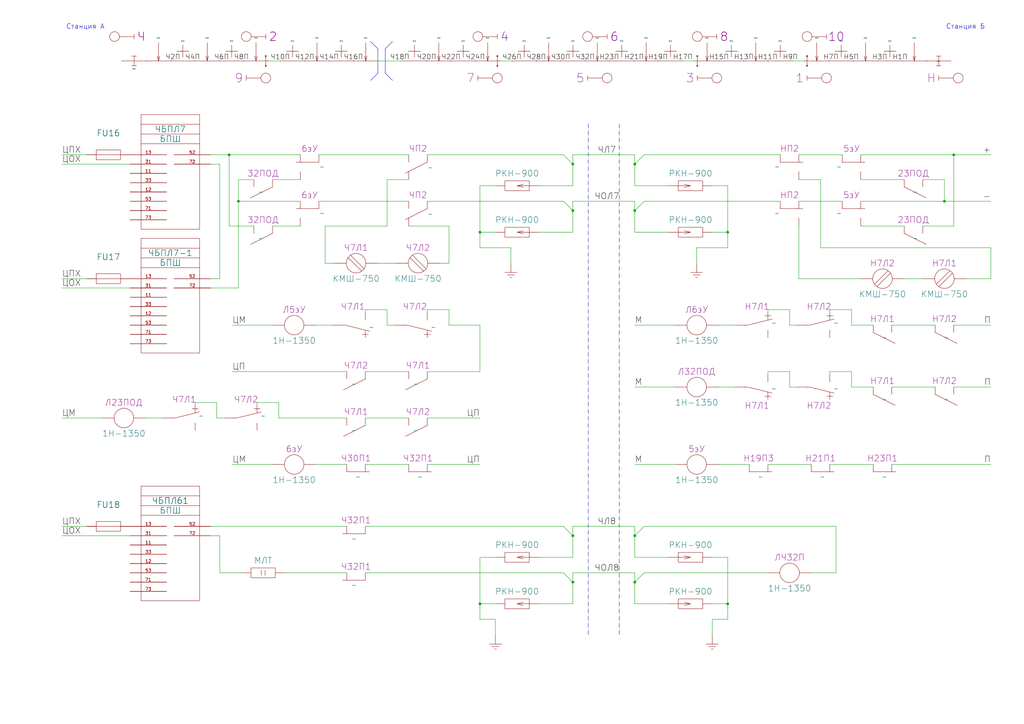
<source format=kicad_sch>
(kicad_sch (version 20231120) (generator "eeschema") (generator_version "8.0")
  (paper "A3")
  (title_block (title "Станция А") (company "МКТ РУТ (МИИТ)") (comment 1 "КП 27.02.03.03.000 ГЧ") (comment 2 "Сафранович") (comment 3 "Бузунова") (comment 9 "Схема линейных цепей"))
  (junction (at 234.95 238.76))
  (junction (at 260.35 238.76))
  (junction (at 97.79 82.55))
  (junction (at 387.35 82.55))
  (junction (at 234.95 67.31))
  (junction (at 260.35 67.31))
  (junction (at 260.35 219.71))
  (junction (at 260.35 86.36))
  (junction (at 298.45 247.65))
  (junction (at 196.85 95.25))
  (junction (at 298.45 95.25))
  (junction (at 234.95 219.71))
  (junction (at 93.98 63.5))
  (junction (at 234.95 86.36))
  (junction (at 196.85 247.65))
  (junction (at 391.16 63.5))
  (wire (pts (xy 175.26 127) (xy 184.15 127)))
  (wire (pts (xy 97.79 82.55) (xy 123.19 82.55)))
  (wire (pts (xy 234.95 82.55) (xy 260.35 82.55)))
  (wire (pts (xy 196.85 133.35) (xy 184.15 133.35)))
  (wire (pts (xy 234.95 215.9) (xy 234.95 219.71)))
  (wire (pts (xy 260.35 133.35) (xy 276.86 133.35)))
  (wire (pts (xy 349.25 127) (xy 349.25 133.35)))
  (wire (pts (xy 220.98 228.6) (xy 234.95 228.6)))
  (wire (pts (xy 196.85 228.6) (xy 196.85 247.65)))
  (wire (pts (xy 391.16 63.5) (xy 406.4 63.5)))
  (wire (pts (xy 196.85 76.2) (xy 196.85 95.25)))
  (wire (pts (xy 314.96 190.5) (xy 332.74 190.5)))
  (polyline (pts (xy 241.3 50.8) (xy 241.3 260.35)) (stroke (width 0) (type dash_dot)))
  (wire (pts (xy 180.34 107.95) (xy 184.15 107.95)))
  (wire (pts (xy 336.55 101.6) (xy 406.4 101.6)))
  (wire (pts (xy 129.54 190.5) (xy 142.24 190.5)))
  (wire (pts (xy 391.16 158.75) (xy 406.4 158.75)))
  (wire (pts (xy 175.26 190.5) (xy 196.85 190.5)))
  (wire (pts (xy 25.4 63.5) (xy 35.56 63.5)))
  (wire (pts (xy 90.17 67.31) (xy 90.17 114.3)))
  (wire (pts (xy 105.41 165.1) (xy 114.3 165.1)))
  (wire (pts (xy 25.4 118.11) (xy 53.34 118.11)))
  (wire (pts (xy 349.25 152.4) (xy 349.25 158.75)))
  (wire (pts (xy 149.86 171.45) (xy 167.64 171.45)))
  (wire (pts (xy 220.98 247.65) (xy 234.95 247.65)))
  (wire (pts (xy 391.16 92.71) (xy 378.46 92.71)))
  (wire (pts (xy 105.41 166.37) (xy 105.41 165.1)))
  (wire (pts (xy 314.96 127) (xy 314.96 128.27)))
  (polyline (pts (xy 155 20) (xy 155 30)))
  (wire (pts (xy 80.01 165.1) (xy 80.01 166.37)))
  (wire (pts (xy 260.35 82.55) (xy 260.35 86.36)))
  (wire (pts (xy 260.35 238.76) (xy 260.35 247.65)))
  (wire (pts (xy 264.16 82.55) (xy 260.35 86.36)))
  (wire (pts (xy 327.66 114.3) (xy 353.06 114.3)))
  (wire (pts (xy 406.4 101.6) (xy 406.4 114.3)))
  (wire (pts (xy 340.36 128.27) (xy 340.36 127)))
  (wire (pts (xy 387.35 73.66) (xy 378.46 73.66)))
  (wire (pts (xy 175.26 171.45) (xy 196.85 171.45)))
  (wire (pts (xy 95.25 133.35) (xy 111.76 133.35)))
  (wire (pts (xy 260.35 63.5) (xy 260.35 67.31)))
  (wire (pts (xy 175.26 128.27) (xy 175.26 127)))
  (wire (pts (xy 387.35 82.55) (xy 387.35 73.66)))
  (wire (pts (xy 234.95 234.95) (xy 260.35 234.95)))
  (wire (pts (xy 149.86 152.4) (xy 167.64 152.4)))
  (wire (pts (xy 95.25 190.5) (xy 111.76 190.5)))
  (wire (pts (xy 285.75 101.6) (xy 285.75 107.95)))
  (wire (pts (xy 298.45 254) (xy 292.1 254)))
  (wire (pts (xy 86.36 215.9) (xy 142.24 215.9)))
  (wire (pts (xy 264.16 63.5) (xy 260.35 67.31)))
  (wire (pts (xy 260.35 86.36) (xy 260.35 95.25)))
  (wire (pts (xy 196.85 152.4) (xy 196.85 133.35)))
  (wire (pts (xy 175.26 152.4) (xy 196.85 152.4)))
  (wire (pts (xy 90.17 219.71) (xy 90.17 234.95)))
  (wire (pts (xy 231.14 234.95) (xy 234.95 238.76)))
  (wire (pts (xy 264.16 234.95) (xy 260.35 238.76)))
  (wire (pts (xy 349.25 158.75) (xy 358.14 158.75)))
  (wire (pts (xy 292.1 254) (xy 292.1 260.35)))
  (wire (pts (xy 260.35 234.95) (xy 260.35 238.76)))
  (wire (pts (xy 149.86 127) (xy 149.86 128.27)))
  (polyline (pts (xy 158 20) (xy 158 30)))
  (wire (pts (xy 327.66 92.71) (xy 327.66 114.3)))
  (polyline (pts (xy 158 30) (xy 161 33)))
  (wire (pts (xy 149.86 215.9) (xy 231.14 215.9)))
  (wire (pts (xy 391.16 63.5) (xy 391.16 92.71)))
  (wire (pts (xy 327.025 158.75) (xy 323.85 158.75)))
  (wire (pts (xy 340.36 153.67) (xy 340.36 152.4)))
  (wire (pts (xy 294.64 133.35) (xy 301.625 133.35)))
  (wire (pts (xy 116.84 234.95) (xy 142.24 234.95)))
  (wire (pts (xy 196.85 101.6) (xy 209.55 101.6)))
  (wire (pts (xy 260.35 158.75) (xy 276.86 158.75)))
  (wire (pts (xy 274.32 76.2) (xy 260.35 76.2)))
  (wire (pts (xy 25.4 67.31) (xy 53.34 67.31)))
  (wire (pts (xy 264.16 215.9) (xy 342.9 215.9)))
  (wire (pts (xy 209.55 101.6) (xy 209.55 107.95)))
  (wire (pts (xy 345.44 63.5) (xy 327.66 63.5)))
  (wire (pts (xy 264.16 215.9) (xy 260.35 219.71)))
  (wire (pts (xy 365.76 133.35) (xy 383.54 133.35)))
  (polyline (pts (xy 152 17) (xy 155 20)))
  (wire (pts (xy 196.85 247.65) (xy 203.2 247.65)))
  (wire (pts (xy 149.86 234.95) (xy 231.14 234.95)))
  (wire (pts (xy 220.98 76.2) (xy 234.95 76.2)))
  (wire (pts (xy 280 25) (xy 285 25)))
  (wire (pts (xy 184.15 127) (xy 184.15 133.35)))
  (wire (pts (xy 298.45 247.65) (xy 298.45 254)))
  (wire (pts (xy 129.54 133.35) (xy 136.525 133.35)))
  (wire (pts (xy 158.75 133.35) (xy 158.75 127)))
  (polyline (pts (xy 152 33) (xy 155 30)))
  (wire (pts (xy 320.04 63.5) (xy 264.16 63.5)))
  (wire (pts (xy 196.85 254) (xy 203.2 254)))
  (wire (pts (xy 133.35 107.95) (xy 137.16 107.95)))
  (wire (pts (xy 298.45 247.65) (xy 292.1 247.65)))
  (wire (pts (xy 323.85 158.75) (xy 323.85 152.4)))
  (wire (pts (xy 298.45 228.6) (xy 298.45 247.65)))
  (wire (pts (xy 88.9 171.45) (xy 88.9 165.1)))
  (wire (pts (xy 25.4 215.9) (xy 35.56 215.9)))
  (wire (pts (xy 234.95 86.36) (xy 234.95 82.55)))
  (wire (pts (xy 133.35 92.71) (xy 133.35 107.95)))
  (wire (pts (xy 114.3 165.1) (xy 114.3 171.45)))
  (wire (pts (xy 203.2 254) (xy 203.2 260.35)))
  (wire (pts (xy 205 25) (xy 210 25)))
  (wire (pts (xy 97.79 73.66) (xy 104.14 73.66)))
  (wire (pts (xy 130.81 82.55) (xy 167.64 82.55)))
  (wire (pts (xy 196.85 95.25) (xy 203.2 95.25)))
  (wire (pts (xy 158.75 73.66) (xy 167.64 73.66)))
  (wire (pts (xy 196.85 76.2) (xy 203.2 76.2)))
  (wire (pts (xy 149.86 190.5) (xy 167.64 190.5)))
  (wire (pts (xy 155 25) (xy 165 25)))
  (wire (pts (xy 260.35 219.71) (xy 260.35 228.6)))
  (wire (pts (xy 336.55 101.6) (xy 336.55 73.66)))
  (wire (pts (xy 196.85 95.25) (xy 196.85 101.6)))
  (wire (pts (xy 231.14 82.55) (xy 234.95 86.36)))
  (wire (pts (xy 196.85 247.65) (xy 196.85 254)))
  (wire (pts (xy 184.15 92.71) (xy 184.15 107.95)))
  (wire (pts (xy 323.85 152.4) (xy 314.96 152.4)))
  (wire (pts (xy 332.74 234.95) (xy 342.9 234.95)))
  (wire (pts (xy 340.36 190.5) (xy 358.14 190.5)))
  (wire (pts (xy 294.64 158.75) (xy 301.625 158.75)))
  (wire (pts (xy 391.16 133.35) (xy 406.4 133.35)))
  (wire (pts (xy 298.45 95.25) (xy 298.45 101.6)))
  (wire (pts (xy 327.025 133.35) (xy 323.85 133.35)))
  (wire (pts (xy 340.36 127) (xy 349.25 127)))
  (wire (pts (xy 175.26 63.5) (xy 231.14 63.5)))
  (wire (pts (xy 345.44 82.55) (xy 327.66 82.55)))
  (wire (pts (xy 167.64 92.71) (xy 184.15 92.71)))
  (wire (pts (xy 25.4 114.3) (xy 35.56 114.3)))
  (wire (pts (xy 298.45 95.25) (xy 292.1 95.25)))
  (wire (pts (xy 298.45 76.2) (xy 298.45 95.25)))
  (wire (pts (xy 25.4 171.45) (xy 41.91 171.45)))
  (wire (pts (xy 86.36 118.11) (xy 97.79 118.11)))
  (wire (pts (xy 97.79 118.11) (xy 97.79 82.55)))
  (wire (pts (xy 90.17 234.95) (xy 99.06 234.95)))
  (wire (pts (xy 93.98 63.5) (xy 123.19 63.5)))
  (wire (pts (xy 130.81 63.5) (xy 167.64 63.5)))
  (wire (pts (xy 161.925 133.35) (xy 158.75 133.35)))
  (wire (pts (xy 97.79 82.55) (xy 97.79 73.66)))
  (wire (pts (xy 260.35 67.31) (xy 260.35 76.2)))
  (wire (pts (xy 196.85 228.6) (xy 203.2 228.6)))
  (wire (pts (xy 234.95 219.71) (xy 234.95 228.6)))
  (wire (pts (xy 340.36 152.4) (xy 349.25 152.4)))
  (wire (pts (xy 234.95 86.36) (xy 234.95 95.25)))
  (wire (pts (xy 234.95 67.31) (xy 234.95 76.2)))
  (wire (pts (xy 95.25 152.4) (xy 142.24 152.4)))
  (wire (pts (xy 111.76 73.66) (xy 123.19 73.66)))
  (wire (pts (xy 298.45 76.2) (xy 292.1 76.2)))
  (wire (pts (xy 234.95 215.9) (xy 260.35 215.9)))
  (wire (pts (xy 133.35 92.71) (xy 158.75 92.71)))
  (wire (pts (xy 406.4 114.3) (xy 396.24 114.3)))
  (wire (pts (xy 114.3 171.45) (xy 142.24 171.45)))
  (wire (pts (xy 353.06 63.5) (xy 391.16 63.5)))
  (wire (pts (xy 154.94 107.95) (xy 162.56 107.95)))
  (wire (pts (xy 158.75 127) (xy 149.86 127)))
  (wire (pts (xy 92.075 171.45) (xy 88.9 171.45)))
  (wire (pts (xy 110 25) (xy 115 25)))
  (wire (pts (xy 260.35 215.9) (xy 260.35 219.71)))
  (wire (pts (xy 387.35 82.55) (xy 406.4 82.55)))
  (wire (pts (xy 234.95 238.76) (xy 234.95 234.95)))
  (wire (pts (xy 353.06 82.55) (xy 387.35 82.55)))
  (wire (pts (xy 220.98 95.25) (xy 234.95 95.25)))
  (polyline (pts (xy 254 50.8) (xy 254 260.35)) (stroke (width 0) (type dash_dot)))
  (wire (pts (xy 234.95 67.31) (xy 234.95 63.5)))
  (wire (pts (xy 111.76 92.71) (xy 123.19 92.71)))
  (wire (pts (xy 260.35 190.5) (xy 276.86 190.5)))
  (wire (pts (xy 234.95 63.5) (xy 260.35 63.5)))
  (wire (pts (xy 370.84 114.3) (xy 378.46 114.3)))
  (wire (pts (xy 298.45 101.6) (xy 285.75 101.6)))
  (wire (pts (xy 90.17 219.71) (xy 86.36 219.71)))
  (wire (pts (xy 86.36 63.5) (xy 93.98 63.5)))
  (wire (pts (xy 298.45 228.6) (xy 292.1 228.6)))
  (wire (pts (xy 25.4 219.71) (xy 53.34 219.71)))
  (wire (pts (xy 336.55 73.66) (xy 327.66 73.66)))
  (wire (pts (xy 59.69 171.45) (xy 66.675 171.45)))
  (wire (pts (xy 274.32 95.25) (xy 260.35 95.25)))
  (wire (pts (xy 294.64 190.5) (xy 307.34 190.5)))
  (wire (pts (xy 93.98 92.71) (xy 104.14 92.71)))
  (wire (pts (xy 90.17 67.31) (xy 86.36 67.31)))
  (wire (pts (xy 320.04 82.55) (xy 264.16 82.55)))
  (polyline (pts (xy 161 17) (xy 158 20)))
  (wire (pts (xy 349.25 133.35) (xy 358.14 133.35)))
  (wire (pts (xy 231.14 215.9) (xy 234.95 219.71)))
  (wire (pts (xy 353.06 92.71) (xy 370.84 92.71)))
  (wire (pts (xy 323.85 127) (xy 314.96 127)))
  (wire (pts (xy 274.32 247.65) (xy 260.35 247.65)))
  (wire (pts (xy 342.9 234.95) (xy 342.9 215.9)))
  (wire (pts (xy 314.96 234.95) (xy 264.16 234.95)))
  (wire (pts (xy 365.76 190.5) (xy 406.4 190.5)))
  (wire (pts (xy 325 25) (xy 330 25)))
  (wire (pts (xy 323.85 133.35) (xy 323.85 127)))
  (wire (pts (xy 234.95 238.76) (xy 234.95 247.65)))
  (wire (pts (xy 175.26 82.55) (xy 231.14 82.55)))
  (wire (pts (xy 353.06 73.66) (xy 370.84 73.66)))
  (wire (pts (xy 158.75 92.71) (xy 158.75 73.66)))
  (wire (pts (xy 274.32 228.6) (xy 260.35 228.6)))
  (wire (pts (xy 314.96 152.4) (xy 314.96 153.67)))
  (wire (pts (xy 88.9 165.1) (xy 80.01 165.1)))
  (wire (pts (xy 231.14 63.5) (xy 234.95 67.31)))
  (wire (pts (xy 90.17 114.3) (xy 86.36 114.3)))
  (wire (pts (xy 365.76 158.75) (xy 383.54 158.75)))
  (wire (pts (xy 93.98 63.5) (xy 93.98 92.71)))
  (text "Станция Б" (at 396 11 0) (effects (font (size 2 2))))
  (text "Станция А" (at 35 11 0) (effects (font (size 2 2))))
  (label "Н21П" (at 256 25 0) (effects (font (size 2 2))) (property "Netclass" "Рельсы" (effects (hide yes))))
  (label "Н13П" (at 301 25 0) (effects (font (size 2 2))) (property "Netclass" "Рельсы" (effects (hide yes))))
  (label "Ч2П" (at 74 25 180) (effects (font (size 2 2))) (property "Netclass" "Рельсы" (effects (hide yes))))
  (label "Н5П" (at 346 25 0) (effects (font (size 2 2))) (property "Netclass" "Рельсы" (effects (hide yes))))
  (label "Ч12П" (at 121 25 0) (effects (font (size 2 2))) (property "Netclass" "Рельсы" (effects (hide yes))))
  (label "Ч32П" (at 236 25 0) (effects (font (size 2 2))) (property "Netclass" "Рельсы" (effects (hide yes))))
  (label "Н17П" (at 276 25 0) (effects (font (size 2 2))) (property "Netclass" "Рельсы" (effects (hide yes))))
  (label "Н19П" (at 274 25 180) (effects (font (size 2 2))) (property "Netclass" "Рельсы" (effects (hide yes))))
  (label "Ч16П" (at 141 25 0) (effects (font (size 2 2))) (property "Netclass" "Рельсы" (effects (hide yes))))
  (label "-" (at 406.4 82.55 180) (effects (font (size 2.5 2.5))) (property "Netclass" "Цепь" (effects (hide yes))))
  (label "Ч20П" (at 171 25 0) (effects (font (size 2 2))) (property "Netclass" "Рельсы" (effects (hide yes))))
  (label "ЦМ" (at 95.25 133.35 0) (effects (font (size 2.5 2.5))) (property "Netclass" "Цепь" (effects (hide yes))))
  (label "ЦОХ" (at 25.4 67.31 0) (effects (font (size 2.5 2.5))) (property "Netclass" "Цепь" (effects (hide yes))))
  (label "ЦОХ" (at 25.4 118.11 0) (effects (font (size 2.5 2.5))) (property "Netclass" "Цепь" (effects (hide yes))))
  (label "Ч18П" (at 168 25 180) (effects (font (size 2 2))) (property "Netclass" "Рельсы" (effects (hide yes))))
  (label "П" (at 406.4 158.75 180) (effects (font (size 2.5 2.5))) (property "Netclass" "Цепь" (effects (hide yes))))
  (label "ЧЛ7" (at 245.11 63.5 0) (effects (font (size 2.5 2.5))) (property "Netclass" "Цепь" (effects (hide yes))))
  (label "ЦМ" (at 25.4 171.45 0) (effects (font (size 2.5 2.5))) (property "Netclass" "Цепь" (effects (hide yes))))
  (label "Ч22П" (at 189 25 180) (effects (font (size 2 2))) (property "Netclass" "Рельсы" (effects (hide yes))))
  (label "Ч14П" (at 139 25 180) (effects (font (size 2 2))) (property "Netclass" "Рельсы" (effects (hide yes))))
  (label "Ч26П" (at 214 25 180) (effects (font (size 2 2))) (property "Netclass" "Рельсы" (effects (hide yes))))
  (label "Н1П" (at 366 25 0) (effects (font (size 2 2))) (property "Netclass" "Рельсы" (effects (hide yes))))
  (label "Ч6П" (at 94 25 180) (effects (font (size 2 2))) (property "Netclass" "Рельсы" (effects (hide yes))))
  (label "Н7П" (at 344 25 180) (effects (font (size 2 2))) (property "Netclass" "Рельсы" (effects (hide yes))))
  (label "ЧОЛ8" (at 243.84 234.95 0) (effects (font (size 2.5 2.5))) (property "Netclass" "Цепь" (effects (hide yes))))
  (label "Н23П" (at 254 25 180) (effects (font (size 2 2))) (property "Netclass" "Рельсы" (effects (hide yes))))
  (label "ЦМ" (at 95.25 190.5 0) (effects (font (size 2.5 2.5))) (property "Netclass" "Цепь" (effects (hide yes))))
  (label "Н11П" (at 319 25 180) (effects (font (size 2 2))) (property "Netclass" "Рельсы" (effects (hide yes))))
  (label "Ч28П" (at 216 25 0) (effects (font (size 2 2))) (property "Netclass" "Рельсы" (effects (hide yes))))
  (label "М" (at 260.35 190.5 0) (effects (font (size 2.5 2.5))) (property "Netclass" "Цепь" (effects (hide yes))))
  (label "ЧЛ8" (at 245.11 215.9 0) (effects (font (size 2.5 2.5))) (property "Netclass" "Цепь" (effects (hide yes))))
  (label "Н9П" (at 321 25 0) (effects (font (size 2 2))) (property "Netclass" "Рельсы" (effects (hide yes))))
  (label "ЦП" (at 196.85 190.5 180) (effects (font (size 2.5 2.5))) (property "Netclass" "Цепь" (effects (hide yes))))
  (label "М" (at 260.35 133.35 0) (effects (font (size 2.5 2.5))) (property "Netclass" "Цепь" (effects (hide yes))))
  (label "Н15П" (at 299 25 180) (effects (font (size 2 2))) (property "Netclass" "Рельсы" (effects (hide yes))))
  (label "+" (at 406.4 63.5 180) (effects (font (size 2.5 2.5))) (property "Netclass" "Цепь" (effects (hide yes))))
  (label "П" (at 406.4 133.35 180) (effects (font (size 2.5 2.5))) (property "Netclass" "Цепь" (effects (hide yes))))
  (label "Ч30П" (at 234 25 180) (effects (font (size 2 2))) (property "Netclass" "Рельсы" (effects (hide yes))))
  (label "ЧОЛ7" (at 243.84 82.55 0) (effects (font (size 2.5 2.5))) (property "Netclass" "Цепь" (effects (hide yes))))
  (label "М" (at 260.35 158.75 0) (effects (font (size 2.5 2.5))) (property "Netclass" "Цепь" (effects (hide yes))))
  (label "Ч8П" (at 96 25 0) (effects (font (size 2 2))) (property "Netclass" "Рельсы" (effects (hide yes))))
  (label "Ч10П" (at 119 25 180) (effects (font (size 2 2))) (property "Netclass" "Рельсы" (effects (hide yes))))
  (label "ЦПХ" (at 25.4 63.5 0) (effects (font (size 2.5 2.5))) (property "Netclass" "Цепь" (effects (hide yes))))
  (label "Ч24П" (at 191 25 0) (effects (font (size 2 2))) (property "Netclass" "Рельсы" (effects (hide yes))))
  (label "Н3П" (at 364 25 180) (effects (font (size 2 2))) (property "Netclass" "Рельсы" (effects (hide yes))))
  (label "ЦП" (at 196.85 171.45 180) (effects (font (size 2.5 2.5))) (property "Netclass" "Цепь" (effects (hide yes))))
  (label "ЦП" (at 95.25 152.4 0) (effects (font (size 2.5 2.5))) (property "Netclass" "Цепь" (effects (hide yes))))
  (label "ЦПХ" (at 25.4 215.9 0) (effects (font (size 2.5 2.5))) (property "Netclass" "Цепь" (effects (hide yes))))
  (label "ЦПХ" (at 25.4 114.3 0) (effects (font (size 2.5 2.5))) (property "Netclass" "Цепь" (effects (hide yes))))
  (label "ЦОХ" (at 25.4 219.71 0) (effects (font (size 2.5 2.5))) (property "Netclass" "Цепь" (effects (hide yes))))
  (label "П" (at 406.4 190.5 180) (effects (font (size 2.5 2.5))) (property "Netclass" "Цепь" (effects (hide yes))))
  (label "Ч4П" (at 76 25 0) (effects (font (size 2 2))) (property "Netclass" "Рельсы" (effects (hide yes))))
  (symbol (lib_name "SCB_АБТЦ:Генератор_Нитки") (lib_id "SCB_АБТЦ:Генератор_Нитки") (at 225 25 180) (unit 1)
    (property "Reference" "Генератор11111131" (effects (hide yes)))
    (property "Value" "~" (at 225 15.48 0) (effects (font (size 2.5 2.5))))
  )
  (symbol (lib_id "SCB_Relay:Контакт_поляризованного_якоря") (at 306.705 158.75 0) (mirror x) (unit 1)
    (property "Reference" "П11211" (effects (hide yes)))
    (property "Value" "~" (at 317.5 159.405 0) (effects (font (size 2.5 2.5))))
    (property "Обозначение реле" "Н7Л1" (at 310.515 166.37 0) (effects (font (size 2.5 2.5))))
  )
  (symbol (lib_id "SCB:Светофор") (at 294 15 0) (unit 1)
    (property "Reference" "Светофор11211" (effects (hide yes)))
    (property "Литера" "8" (at 297 15 0) (effects (font (size 3.5 3.5))))
  )
  (symbol (lib_id "SCB_Relay:Контакт_поляризованного_якоря") (at 332.105 158.75 0) (mirror x) (unit 1)
    (property "Reference" "П111111" (effects (hide yes)))
    (property "Value" "~" (at 342.9 159.405 0) (effects (font (size 2.5 2.5))))
    (property "Обозначение реле" "Н7Л2" (at 335.915 166.37 0) (effects (font (size 2.5 2.5))))
  )
  (symbol (lib_name "SCB_АБТЦ:Генератор_Нитки") (lib_id "SCB_АБТЦ:Генератор_Нитки") (at 335 25 180) (unit 1)
    (property "Reference" "Генератор11111181" (effects (hide yes)))
    (property "Value" "~" (at 335 15.48 0) (effects (font (size 2.5 2.5))))
  )
  (symbol (lib_id "SCB_Relay:Контакт_нейтрального_якоря_НЗ") (at 127 63.5 0) (mirror y) (unit 1)
    (property "Reference" "Н111" (effects (hide yes)))
    (property "Value" "~" (at 132.08 68.43 0) (effects (font (size 2.5 2.5))))
    (property "Обозначение реле" "6зУ" (at 127 60.96 0) (effects (font (size 2.5 2.5))))
  )
  (symbol (lib_id "SCB:УКСПС") (at 331 25 0) (unit 1)
    (property "Reference" "УКСПС131" (effects (hide yes)))
    (property "Литера" "?УКСПС" (effects (hide yes)))
  )
  (symbol (lib_name "SCB_АБТЦ:Приемник_Нитки") (lib_id "SCB_АБТЦ:Приемник_Нитки") (at 95 25 180) (unit 1)
    (property "Reference" "Приемник11121" (effects (hide yes)))
    (property "Value" "~" (at 95 16.75 0) (effects (font (size 2.5 2.5))))
  )
  (symbol (lib_id "SCB:Светофор") (at 101 32 180) (unit 1)
    (property "Reference" "Светофор121" (effects (hide yes)))
    (property "Литера" "9" (at 98 32 0) (effects (font (size 3.5 3.5))))
  )
  (symbol (lib_id "SCB_Relay:Комбинированное") (at 171.45 107.95 0) (mirror y) (unit 1)
    (property "Reference" "К1121" (effects (hide yes)))
    (property "Value" "КМШ-750" (at 171.45 114.3 0) (effects (font (size 2.5 2.5))))
    (property "Обозначение реле" "Ч7Л2" (at 171.45 101.6 0) (effects (font (size 2.5 2.5))))
  )
  (symbol (lib_name "SCB_АБТЦ:Генератор_Нитки") (lib_id "SCB_АБТЦ:Генератор_Нитки") (at 375 25 180) (unit 1)
    (property "Reference" "Генератор111111101" (effects (hide yes)))
    (property "Value" "~" (at 375 15.48 0) (effects (font (size 2.5 2.5))))
  )
  (symbol (lib_id "SCB_Relay:Комбинированное") (at 361.95 114.3 0) (unit 1)
    (property "Reference" "К11111" (effects (hide yes)))
    (property "Value" "КМШ-750" (at 361.95 120.65 0) (effects (font (size 2.5 2.5))))
    (property "Обозначение реле" "Н7Л2" (at 361.95 107.95 0) (effects (font (size 2.5 2.5))))
  )
  (symbol (lib_name "SCB_АБТЦ:Генератор_Нитки") (lib_id "SCB_АБТЦ:Генератор_Нитки") (at 310 25 180) (unit 1)
    (property "Reference" "Генератор11111171" (effects (hide yes)))
    (property "Value" "~" (at 310 15.48 0) (effects (font (size 2.5 2.5))))
  )
  (symbol (lib_id "SCB_Relay:Контакт_нейтрального_якоря") (at 387.35 133.35 0) (unit 3)
    (property "Reference" "Н11211111" (effects (hide yes)))
    (property "Value" "~" (at 388.195 138.43 0) (effects (font (size 2.5 2.5))))
    (property "Обозначение реле" "Н7Л2" (at 387.35 130.81 0) (effects (font (size 2.5 2.5))))
  )
  (symbol (lib_name "SCB_АБТЦ:Приемник_Нитки") (lib_id "SCB_АБТЦ:Приемник_Нитки") (at 215 25 180) (unit 1)
    (property "Reference" "Приемник1111131" (effects (hide yes)))
    (property "Value" "~" (at 215 16.75 0) (effects (font (size 2.5 2.5))))
  )
  (symbol (lib_id "Blocks:БПШ") (at 69.85 114.3 0) (unit 1)
    (property "Reference" "ЧБПЛ7-1" (at 69.85 103.78 0) (effects (font (size 2.5 2.5))))
    (property "Value" "БПШ" (at 69.85 107.78 0) (effects (font (size 2.5 2.5))))
  )
  (symbol (lib_name "SCB_АБТЦ:Приемник_Нитки") (lib_id "SCB_АБТЦ:Приемник_Нитки") (at 140 25 180) (unit 1)
    (property "Reference" "Приемник11111111" (effects (hide yes)))
    (property "Value" "~" (at 140 16.75 0) (effects (font (size 2.5 2.5))))
  )
  (symbol (lib_id "Device_GOST:FU_FUSE") (at 44.45 114.3 0) (unit 1)
    (property "Reference" "FU17" (at 44.45 105.41 0) (effects (font (size 2.5 2.5))))
    (property "Value" "FU_FUSE" (effects (hide yes)))
  )
  (symbol (lib_name "SCB_АБТЦ:Генератор_Нитки") (lib_id "SCB_АБТЦ:Генератор_Нитки") (at 180 25 180) (unit 1)
    (property "Reference" "Генератор111111121" (effects (hide yes)))
    (property "Value" "~" (at 180 15.48 0) (effects (font (size 2.5 2.5))))
  )
  (symbol (lib_name "SCB_Relay:Контакт_нейтрального_якоря") (lib_id "SCB_Relay:Контакт_нейтрального_якоря") (at 374.65 73.66 0) (unit 3)
    (property "Reference" "Н112111111" (effects (hide yes)))
    (property "Value" "~" (at 375.495 78.74 0) (effects (font (size 2.5 2.5))))
    (property "Обозначение реле" "23ПОД" (at 374.65 71.12 0) (effects (font (size 2.5 2.5))))
  )
  (symbol (lib_id "SCB_Relay:Нейтральное") (at 50.8 171.45 0) (unit 1)
    (property "Reference" "Н12111" (effects (hide yes)))
    (property "Value" "1Н-1350" (at 50.8 177.8 0) (effects (font (size 2.5 2.5))))
    (property "Обозначение реле" "Л23ПОД" (at 50.8 165.1 0) (effects (font (size 2.5 2.5))))
  )
  (symbol (lib_id "SCB_Relay:Разрядник") (at 212.09 95.25 0) (unit 1)
    (property "Reference" "FU44" (effects (hide yes)))
    (property "Value" "РКН-900" (at 212.09 90.17 0) (effects (font (size 2.5 2.5))))
  )
  (symbol (lib_id "SCB_Relay:Разрядник") (at 212.09 76.2 0) (unit 1)
    (property "Reference" "FU43" (effects (hide yes)))
    (property "Value" "РКН-900" (at 212.09 71.12 0) (effects (font (size 2.5 2.5))))
  )
  (symbol (lib_id "SCB:Светофор") (at 249 15 0) (unit 1)
    (property "Reference" "Светофор11121" (effects (hide yes)))
    (property "Литера" "6" (at 252 15 0) (effects (font (size 3.5 3.5))))
  )
  (symbol (lib_id "SCB_Relay:Комбинированное") (at 387.35 114.3 0) (unit 1)
    (property "Reference" "К1122" (effects (hide yes)))
    (property "Value" "КМШ-750" (at 387.35 120.65 0) (effects (font (size 2.5 2.5))))
    (property "Обозначение реле" "Н7Л1" (at 387.35 107.95 0) (effects (font (size 2.5 2.5))))
  )
  (symbol (lib_id "SCB_Relay:Контакт_поляризованного_якоря") (at 306.705 133.35 0) (unit 1)
    (property "Reference" "П112111" (effects (hide yes)))
    (property "Value" "~" (at 317.5 132.485 0) (effects (font (size 2.5 2.5))))
    (property "Обозначение реле" "Н7Л1" (at 310.515 125.73 0) (effects (font (size 2.5 2.5))))
  )
  (symbol (lib_id "SCB_Relay:Разрядник") (at 212.09 228.6 0) (unit 1)
    (property "Reference" "FU45" (effects (hide yes)))
    (property "Value" "РКН-900" (at 212.09 223.52 0) (effects (font (size 2.5 2.5))))
  )
  (symbol (lib_name "SCB_АБТЦ:Приемник_Нитки") (lib_id "SCB_АБТЦ:Приемник_Нитки") (at 120 25 180) (unit 1)
    (property "Reference" "Приемник1111111" (effects (hide yes)))
    (property "Value" "~" (at 120 16.75 0) (effects (font (size 2.5 2.5))))
  )
  (symbol (lib_name "SCB_Relay:Контакт_нейтрального_якоря") (lib_id "SCB_Relay:Контакт_нейтрального_якоря") (at 107.95 92.71 0) (mirror y) (unit 3)
    (property "Reference" "Н112111111" (effects (hide yes)))
    (property "Value" "~" (at 107.105 97.79 0) (effects (font (size 2.5 2.5))))
    (property "Обозначение реле" "32ПОД" (at 107.95 90.17 0) (effects (font (size 2.5 2.5))))
  )
  (symbol (lib_name "SCB_Relay:Контакт_нейтрального_якоря_НЗ") (lib_id "SCB_Relay:Контакт_нейтрального_якоря_НЗ") (at 336.55 190.5 0) (unit 3)
    (property "Reference" "Н1111" (effects (hide yes)))
    (property "Value" "~" (at 337.395 195.58 0) (effects (font (size 2.5 2.5))))
    (property "Обозначение реле" "Н21П1" (at 336.55 187.96 0) (effects (font (size 2.5 2.5))))
  )
  (symbol (lib_name "SCB_АБТЦ:Приемник_Нитки") (lib_id "SCB_АБТЦ:Приемник_Нитки") (at 275 25 180) (unit 1)
    (property "Reference" "Приемник1111161" (effects (hide yes)))
    (property "Value" "~" (at 275 16.75 0) (effects (font (size 2.5 2.5))))
  )
  (symbol (lib_id "power_GOST:Earth") (at 209.55 107.95 0) (unit 1)
    (property "Reference" "#PWR016" (effects (hide yes)))
    (property "Value" "Earth" (effects (hide yes)))
  )
  (symbol (lib_id "SCB:Светофор") (at 286 32 180) (unit 1)
    (property "Reference" "Светофор11131" (effects (hide yes)))
    (property "Литера" "3" (at 283 32 0) (effects (font (size 3.5 3.5))))
  )
  (symbol (lib_name "SCB_Relay:Контакт_нейтрального_якоря_НЗ") (lib_id "SCB_Relay:Контакт_нейтрального_якоря_НЗ") (at 311.15 190.5 0) (unit 3)
    (property "Reference" "Н121" (effects (hide yes)))
    (property "Value" "~" (at 311.995 195.58 0) (effects (font (size 2.5 2.5))))
    (property "Обозначение реле" "Н19П3" (at 311.15 187.96 0) (effects (font (size 2.5 2.5))))
  )
  (symbol (lib_name "SCB_АБТЦ:Приемник_Нитки") (lib_id "SCB_АБТЦ:Приемник_Нитки") (at 255 25 180) (unit 1)
    (property "Reference" "Приемник1111151" (effects (hide yes)))
    (property "Value" "~" (at 255 16.75 0) (effects (font (size 2.5 2.5))))
  )
  (symbol (lib_id "power_GOST:Earth") (at 285.75 107.95 0) (mirror y) (unit 1)
    (property "Reference" "#PWR018" (effects (hide yes)))
    (property "Value" "Earth" (effects (hide yes)))
  )
  (symbol (lib_name "SCB_АБТЦ:Генератор_Нитки") (lib_id "SCB_АБТЦ:Генератор_Нитки") (at 150 25 180) (unit 1)
    (property "Reference" "Генератор11111111" (effects (hide yes)))
    (property "Value" "~" (at 150 15.48 0) (effects (font (size 2.5 2.5))))
  )
  (symbol (lib_name "SCB_Relay:Контакт_нейтрального_якоря") (lib_id "SCB_Relay:Контакт_нейтрального_якоря") (at 387.35 158.75 0) (unit 3)
    (property "Reference" "Н112111111" (effects (hide yes)))
    (property "Value" "~" (at 388.195 163.83 0) (effects (font (size 2.5 2.5))))
    (property "Обозначение реле" "Н7Л2" (at 387.35 156.21 0) (effects (font (size 2.5 2.5))))
  )
  (symbol (lib_name "SCB_Relay:Контакт_нейтрального_якоря_НЗ") (lib_id "SCB_Relay:Контакт_нейтрального_якоря_НЗ") (at 323.85 82.55 0) (unit 1)
    (property "Reference" "Н11111" (effects (hide yes)))
    (property "Value" "~" (at 318.77 87.48 0) (effects (font (size 2.5 2.5))))
    (property "Обозначение реле" "НП2" (at 323.85 80.01 0) (effects (font (size 2.5 2.5))))
  )
  (symbol (lib_id "SCB:Светофор") (at 331 32 180) (unit 1)
    (property "Reference" "Светофор1211" (effects (hide yes)))
    (property "Литера" "1" (at 328 32 0) (effects (font (size 3.5 3.5))))
  )
  (symbol (lib_id "SCB:УКСПС") (at 204 25 0) (unit 1)
    (property "Reference" "УКСПС111" (effects (hide yes)))
    (property "Литера" "?УКСПС" (effects (hide yes)))
  )
  (symbol (lib_id "SCB_Relay:Нейтральное") (at 285.75 190.5 0) (unit 1)
    (property "Reference" "Н111" (effects (hide yes)))
    (property "Value" "1Н-1350" (at 285.75 196.85 0) (effects (font (size 2.5 2.5))))
    (property "Обозначение реле" "5зУ" (at 285.75 184.15 0) (effects (font (size 2.5 2.5))))
  )
  (symbol (lib_id "SCB_Relay:Нейтральное") (at 120.65 190.5 0) (unit 1)
    (property "Reference" "Н11" (effects (hide yes)))
    (property "Value" "1Н-1350" (at 120.65 196.85 0) (effects (font (size 2.5 2.5))))
    (property "Обозначение реле" "6зУ" (at 120.65 184.15 0) (effects (font (size 2.5 2.5))))
  )
  (symbol (lib_id "SCB_Relay:Разрядник") (at 212.09 247.65 0) (unit 1)
    (property "Reference" "FU46" (effects (hide yes)))
    (property "Value" "РКН-900" (at 212.09 242.57 0) (effects (font (size 2.5 2.5))))
  )
  (symbol (lib_name "SCB_АБТЦ:Приемник_Нитки") (lib_id "SCB_АБТЦ:Приемник_Нитки") (at 365 25 180) (unit 1)
    (property "Reference" "Приемник11111101" (effects (hide yes)))
    (property "Value" "~" (at 365 16.75 0) (effects (font (size 2.5 2.5))))
  )
  (symbol (lib_name "SCB_Relay:Контакт_нейтрального_якоря") (lib_id "SCB_Relay:Контакт_нейтрального_якоря") (at 361.95 133.35 0) (unit 3)
    (property "Reference" "Н1111411" (effects (hide yes)))
    (property "Value" "~" (at 362.795 138.43 0) (effects (font (size 2.5 2.5))))
    (property "Обозначение реле" "Н7Л1" (at 361.95 130.81 0) (effects (font (size 2.5 2.5))))
  )
  (symbol (lib_name "SCB_Relay:Контакт_нейтрального_якоря") (lib_id "SCB_Relay:Контакт_нейтрального_якоря") (at 171.45 63.5 0) (mirror y) (unit 1)
    (property "Reference" "Н141" (effects (hide yes)))
    (property "Value" "~" (at 176.53 68.75 0) (effects (font (size 2.5 2.5))))
    (property "Обозначение реле" "ЧП2" (at 171.45 60.96 0) (effects (font (size 2.5 2.5))))
  )
  (symbol (lib_id "SCB_Relay:Нейтральное") (at 323.85 234.95 0) (unit 1)
    (property "Reference" "Н1211121" (effects (hide yes)))
    (property "Value" "1Н-1350" (at 323.85 241.3 0) (effects (font (size 2.5 2.5))))
    (property "Обозначение реле" "ЛЧ32П" (at 323.85 228.6 0) (effects (font (size 2.5 2.5))))
  )
  (symbol (lib_name "SCB_АБТЦ:Приемник_Нитки") (lib_id "SCB_АБТЦ:Приемник_Нитки") (at 75 25 180) (unit 1)
    (property "Reference" "Приемник11111" (effects (hide yes)))
    (property "Value" "~" (at 75 16.75 0) (effects (font (size 2.5 2.5))))
  )
  (symbol (lib_name "SCB_Relay:Контакт_нейтрального_якоря") (lib_id "SCB_Relay:Контакт_нейтрального_якоря") (at 107.95 73.66 0) (mirror y) (unit 3)
    (property "Reference" "Н11211111" (effects (hide yes)))
    (property "Value" "~" (at 107.105 78.74 0) (effects (font (size 2.5 2.5))))
    (property "Обозначение реле" "32ПОД" (at 107.95 71.12 0) (effects (font (size 2.5 2.5))))
  )
  (symbol (lib_id "SCB_Relay:Контакт_поляризованного_якоря") (at 141.605 133.35 0) (mirror x) (unit 1)
    (property "Reference" "П1111" (effects (hide yes)))
    (property "Value" "~" (at 152.4 134.215 0) (effects (font (size 2.5 2.5))))
    (property "Обозначение реле" "Ч7Л1" (at 144.78 125.73 0) (effects (font (size 2.5 2.5))))
  )
  (symbol (lib_id "SCB:УКСПС") (at 109 25 0) (unit 1)
    (property "Reference" "УКСПС111" (effects (hide yes)))
    (property "Литера" "?УКСПС" (effects (hide yes)))
  )
  (symbol (lib_id "Device_GOST:R_2W") (at 107.95 234.95 0) (unit 1)
    (property "Reference" "R13" (effects (hide yes)))
    (property "Value" "МЛТ" (at 107.95 229.87 0) (effects (font (size 2.5 2.5))))
  )
  (symbol (lib_id "SCB_Relay:Нейтральное") (at 285.75 158.75 0) (unit 1)
    (property "Reference" "Н12111111" (effects (hide yes)))
    (property "Value" "1Н-1350" (at 285.75 165.1 0) (effects (font (size 2.5 2.5))))
    (property "Обозначение реле" "Л32ПОД" (at 285.75 152.4 0) (effects (font (size 2.5 2.5))))
  )
  (symbol (lib_name "SCB_АБТЦ:Генератор_Нитки") (lib_id "SCB_АБТЦ:Генератор_Нитки") (at 290 25 180) (unit 1)
    (property "Reference" "Генератор11111161" (effects (hide yes)))
    (property "Value" "~" (at 290 15.48 0) (effects (font (size 2.5 2.5))))
  )
  (symbol (lib_name "SCB:Изостык") (lib_id "SCB:Изостык") (at 385 25 180) (unit 2)
    (property "Reference" "И1111" (effects (hide yes)))
    (property "Value" "~" (at 385 25 0) (effects (font (size 2.5 2.5))))
  )
  (symbol (lib_name "SCB_Relay:Контакт_нейтрального_якоря_НЗ") (lib_id "SCB_Relay:Контакт_нейтрального_якоря_НЗ") (at 349.25 82.55 0) (unit 1)
    (property "Reference" "Н11111" (effects (hide yes)))
    (property "Value" "~" (at 344.17 87.48 0) (effects (font (size 2.5 2.5))))
    (property "Обозначение реле" "5зУ" (at 349.25 80.01 0) (effects (font (size 2.5 2.5))))
  )
  (symbol (lib_name "SCB_Relay:Контакт_нейтрального_якоря") (lib_id "SCB_Relay:Контакт_нейтрального_якоря") (at 171.45 171.45 0) (mirror y) (unit 3)
    (property "Reference" "Н112111" (effects (hide yes)))
    (property "Value" "~" (at 170.605 176.53 0) (effects (font (size 2.5 2.5))))
    (property "Обозначение реле" "Ч7Л2" (at 171.45 168.91 0) (effects (font (size 2.5 2.5))))
  )
  (symbol (lib_name "SCB_АБТЦ:Приемник_Нитки") (lib_id "SCB_АБТЦ:Приемник_Нитки") (at 190 25 180) (unit 1)
    (property "Reference" "Приемник11111121" (effects (hide yes)))
    (property "Value" "~" (at 190 16.75 0) (effects (font (size 2.5 2.5))))
  )
  (symbol (lib_name "SCB_АБТЦ:Генератор_Нитки") (lib_id "SCB_АБТЦ:Генератор_Нитки") (at 85 25 180) (unit 1)
    (property "Reference" "Генератор1111111" (effects (hide yes)))
    (property "Value" "~" (at 85 15.48 0) (effects (font (size 2.5 2.5))))
  )
  (symbol (lib_name "SCB_АБТЦ:Приемник_Нитки") (lib_id "SCB_АБТЦ:Приемник_Нитки") (at 235 25 180) (unit 1)
    (property "Reference" "Приемник1111141" (effects (hide yes)))
    (property "Value" "~" (at 235 16.75 0) (effects (font (size 2.5 2.5))))
  )
  (symbol (lib_id "SCB:Светофор") (at 385 32 180) (unit 1)
    (property "Reference" "Светофор1131" (effects (hide yes)))
    (property "Литера" "Н" (at 382 32 0) (effects (font (size 3.5 3.5))))
  )
  (symbol (lib_name "SCB_АБТЦ:Приемник_Нитки") (lib_id "SCB_АБТЦ:Приемник_Нитки") (at 170 25 180) (unit 1)
    (property "Reference" "Приемник1111121" (effects (hide yes)))
    (property "Value" "~" (at 170 16.75 0) (effects (font (size 2.5 2.5))))
  )
  (symbol (lib_id "SCB_Relay:Нейтральное") (at 120.65 133.35 0) (unit 1)
    (property "Reference" "Н121111" (effects (hide yes)))
    (property "Value" "1Н-1350" (at 120.65 139.7 0) (effects (font (size 2.5 2.5))))
    (property "Обозначение реле" "Л5зУ" (at 120.65 127 0) (effects (font (size 2.5 2.5))))
  )
  (symbol (lib_id "SCB:УКСПС") (at 286 25 0) (unit 1)
    (property "Reference" "УКСПС121" (effects (hide yes)))
    (property "Литера" "?УКСПС" (effects (hide yes)))
  )
  (symbol (lib_id "SCB_Relay:Нейтральное") (at 285.75 133.35 0) (unit 1)
    (property "Reference" "Н1211111" (effects (hide yes)))
    (property "Value" "1Н-1350" (at 285.75 139.7 0) (effects (font (size 2.5 2.5))))
    (property "Обозначение реле" "Л6зУ" (at 285.75 127 0) (effects (font (size 2.5 2.5))))
  )
  (symbol (lib_id "SCB_Relay:Разрядник") (at 283.21 228.6 0) (mirror y) (unit 1)
    (property "Reference" "FU49" (effects (hide yes)))
    (property "Value" "РКН-900" (at 283.21 223.52 0) (effects (font (size 2.5 2.5))))
  )
  (symbol (lib_name "SCB_Relay:Контакт_нейтрального_якоря_НЗ") (lib_id "SCB_Relay:Контакт_нейтрального_якоря_НЗ") (at 146.05 215.9 0) (mirror y) (unit 3)
    (property "Reference" "Н11131" (effects (hide yes)))
    (property "Value" "~" (at 145.205 220.98 0) (effects (font (size 2.5 2.5))))
    (property "Обозначение реле" "Ч32П1" (at 146.05 213.36 0) (effects (font (size 2.5 2.5))))
  )
  (symbol (lib_id "SCB_Relay:Разрядник") (at 283.21 76.2 0) (mirror y) (unit 1)
    (property "Reference" "FU47" (effects (hide yes)))
    (property "Value" "РКН-900" (at 283.21 71.12 0) (effects (font (size 2.5 2.5))))
  )
  (symbol (lib_id "SCB_Relay:Контакт_поляризованного_якоря") (at 167.005 133.35 0) (mirror x) (unit 1)
    (property "Reference" "П11111" (effects (hide yes)))
    (property "Value" "~" (at 177.8 134.215 0) (effects (font (size 2.5 2.5))))
    (property "Обозначение реле" "Ч7Л2" (at 170.18 125.73 0) (effects (font (size 2.5 2.5))))
  )
  (symbol (lib_name "SCB_АБТЦ:Генератор_Нитки") (lib_id "SCB_АБТЦ:Генератор_Нитки") (at 200 25 180) (unit 1)
    (property "Reference" "Генератор11111121" (effects (hide yes)))
    (property "Value" "~" (at 200 15.48 0) (effects (font (size 2.5 2.5))))
  )
  (symbol (lib_name "SCB_Relay:Контакт_нейтрального_якоря") (lib_id "SCB_Relay:Контакт_нейтрального_якоря") (at 146.05 152.4 0) (mirror y) (unit 3)
    (property "Reference" "Н1121111" (effects (hide yes)))
    (property "Value" "~" (at 145.205 157.48 0) (effects (font (size 2.5 2.5))))
    (property "Обозначение реле" "Ч7Л2" (at 146.05 149.86 0) (effects (font (size 2.5 2.5))))
  )
  (symbol (lib_id "SCB_Relay:Разрядник") (at 283.21 95.25 0) (mirror y) (unit 1)
    (property "Reference" "FU48" (effects (hide yes)))
    (property "Value" "РКН-900" (at 283.21 90.17 0) (effects (font (size 2.5 2.5))))
  )
  (symbol (lib_id "SCB_Relay:Контакт_поляризованного_якоря") (at 332.105 133.35 0) (unit 1)
    (property "Reference" "П1111111" (effects (hide yes)))
    (property "Value" "~" (at 342.9 132.485 0) (effects (font (size 2.5 2.5))))
    (property "Обозначение реле" "Н7Л2" (at 335.915 125.73 0) (effects (font (size 2.5 2.5))))
  )
  (symbol (lib_name "SCB_Relay:Контакт_нейтрального_якоря_НЗ") (lib_id "SCB_Relay:Контакт_нейтрального_якоря_НЗ") (at 171.45 190.5 0) (unit 3)
    (property "Reference" "Н111" (effects (hide yes)))
    (property "Value" "~" (at 172.295 195.58 0) (effects (font (size 2.5 2.5))))
    (property "Обозначение реле" "Ч32П1" (at 171.45 187.96 0) (effects (font (size 2.5 2.5))))
  )
  (symbol (lib_name "SCB_Relay:Контакт_нейтрального_якоря_НЗ") (lib_id "SCB_Relay:Контакт_нейтрального_якоря_НЗ") (at 146.05 234.95 0) (mirror y) (unit 3)
    (property "Reference" "Н111111" (effects (hide yes)))
    (property "Value" "~" (at 145.205 240.03 0) (effects (font (size 2.5 2.5))))
    (property "Обозначение реле" "Ч32П1" (at 146.05 232.41 0) (effects (font (size 2.5 2.5))))
  )
  (symbol (lib_id "SCB:Светофор") (at 55 15 0) (unit 1)
    (property "Reference" "Светофор111" (effects (hide yes)))
    (property "Литера" "Ч" (at 58 15 0) (effects (font (size 3.5 3.5))))
  )
  (symbol (lib_name "SCB_АБТЦ:Генератор_Нитки") (lib_id "SCB_АБТЦ:Генератор_Нитки") (at 355 25 180) (unit 1)
    (property "Reference" "Генератор11111191" (effects (hide yes)))
    (property "Value" "~" (at 355 15.48 0) (effects (font (size 2.5 2.5))))
  )
  (symbol (lib_name "SCB_АБТЦ:Приемник_Нитки") (lib_id "SCB_АБТЦ:Приемник_Нитки") (at 300 25 180) (unit 1)
    (property "Reference" "Приемник1111171" (effects (hide yes)))
    (property "Value" "~" (at 300 16.75 0) (effects (font (size 2.5 2.5))))
  )
  (symbol (lib_name "SCB_Relay:Контакт_нейтрального_якоря_НЗ") (lib_id "SCB_Relay:Контакт_нейтрального_якоря_НЗ") (at 349.25 63.5 0) (unit 1)
    (property "Reference" "Н1111" (effects (hide yes)))
    (property "Value" "~" (at 344.17 68.43 0) (effects (font (size 2.5 2.5))))
    (property "Обозначение реле" "5зУ" (at 349.25 60.96 0) (effects (font (size 2.5 2.5))))
  )
  (symbol (lib_name "SCB_АБТЦ:Генератор_Нитки") (lib_id "SCB_АБТЦ:Генератор_Нитки") (at 245 25 180) (unit 1)
    (property "Reference" "Генератор11111141" (effects (hide yes)))
    (property "Value" "~" (at 245 15.48 0) (effects (font (size 2.5 2.5))))
  )
  (symbol (lib_id "SCB:Светофор") (at 109 15 0) (unit 1)
    (property "Reference" "Светофор131" (effects (hide yes)))
    (property "Литера" "2" (at 112 15 0) (effects (font (size 3.5 3.5))))
  )
  (symbol (lib_name "SCB_Relay:Контакт_нейтрального_якоря") (lib_id "SCB_Relay:Контакт_нейтрального_якоря") (at 171.45 82.55 0) (mirror y) (unit 1)
    (property "Reference" "Н1211" (effects (hide yes)))
    (property "Value" "~" (at 176.53 87.8 0) (effects (font (size 2.5 2.5))))
    (property "Обозначение реле" "ЧП2" (at 171.45 80.01 0) (effects (font (size 2.5 2.5))))
  )
  (symbol (lib_name "SCB_АБТЦ:Приемник_Нитки") (lib_id "SCB_АБТЦ:Приемник_Нитки") (at 345 25 180) (unit 1)
    (property "Reference" "Приемник1111191" (effects (hide yes)))
    (property "Value" "~" (at 345 16.75 0) (effects (font (size 2.5 2.5))))
  )
  (symbol (lib_name "SCB_Relay:Контакт_нейтрального_якоря_НЗ") (lib_id "SCB_Relay:Контакт_нейтрального_якоря_НЗ") (at 361.95 190.5 0) (unit 3)
    (property "Reference" "Н11111" (effects (hide yes)))
    (property "Value" "~" (at 362.795 195.58 0) (effects (font (size 2.5 2.5))))
    (property "Обозначение реле" "Н23П1" (at 361.95 187.96 0) (effects (font (size 2.5 2.5))))
  )
  (symbol (lib_id "SCB_Relay:Контакт_поляризованного_якоря") (at 97.155 171.45 0) (unit 1)
    (property "Reference" "П1112" (effects (hide yes)))
    (property "Value" "~" (at 107.95 170.585 0) (effects (font (size 2.5 2.5))))
    (property "Обозначение реле" "Ч7Л2" (at 100.965 163.83 0) (effects (font (size 2.5 2.5))))
  )
  (symbol (lib_name "SCB_Relay:Контакт_нейтрального_якоря") (lib_id "SCB_Relay:Контакт_нейтрального_якоря") (at 146.05 171.45 0) (mirror y) (unit 3)
    (property "Reference" "Н11151" (effects (hide yes)))
    (property "Value" "~" (at 145.205 176.53 0) (effects (font (size 2.5 2.5))))
    (property "Обозначение реле" "Ч7Л1" (at 146.05 168.91 0) (effects (font (size 2.5 2.5))))
  )
  (symbol (lib_name "SCB_АБТЦ:Генератор_Нитки") (lib_id "SCB_АБТЦ:Генератор_Нитки") (at 105 25 180) (unit 1)
    (property "Reference" "Генератор1111121" (effects (hide yes)))
    (property "Value" "~" (at 105 15.48 0) (effects (font (size 2.5 2.5))))
  )
  (symbol (lib_name "SCB_Relay:Контакт_нейтрального_якоря_НЗ") (lib_id "SCB_Relay:Контакт_нейтрального_якоря_НЗ") (at 146.05 190.5 0) (unit 3)
    (property "Reference" "Н12" (effects (hide yes)))
    (property "Value" "~" (at 146.895 195.58 0) (effects (font (size 2.5 2.5))))
    (property "Обозначение реле" "Ч30П1" (at 146.05 187.96 0) (effects (font (size 2.5 2.5))))
  )
  (symbol (lib_name "SCB_Relay:Контакт_нейтрального_якоря") (lib_id "SCB_Relay:Контакт_нейтрального_якоря") (at 361.95 158.75 0) (unit 3)
    (property "Reference" "Н11114111" (effects (hide yes)))
    (property "Value" "~" (at 362.795 163.83 0) (effects (font (size 2.5 2.5))))
    (property "Обозначение реле" "Н7Л1" (at 361.95 156.21 0) (effects (font (size 2.5 2.5))))
  )
  (symbol (lib_id "Device_GOST:FU_FUSE") (at 44.45 63.5 0) (unit 1)
    (property "Reference" "FU16" (at 44.45 54.61 0) (effects (font (size 2.5 2.5))))
    (property "Value" "FU_FUSE" (effects (hide yes)))
  )
  (symbol (lib_id "power_GOST:Earth") (at 203.2 260.35 0) (unit 1)
    (property "Reference" "#PWR017" (effects (hide yes)))
    (property "Value" "Earth" (effects (hide yes)))
  )
  (symbol (lib_name "SCB_АБТЦ:Приемник_Нитки") (lib_id "SCB_АБТЦ:Приемник_Нитки") (at 320 25 180) (unit 1)
    (property "Reference" "Приемник1111181" (effects (hide yes)))
    (property "Value" "~" (at 320 16.75 0) (effects (font (size 2.5 2.5))))
  )
  (symbol (lib_id "Device_GOST:FU_FUSE") (at 44.45 215.9 0) (unit 1)
    (property "Reference" "FU18" (at 44.45 207.01 0) (effects (font (size 2.5 2.5))))
    (property "Value" "FU_FUSE" (effects (hide yes)))
  )
  (symbol (lib_name "SCB:Изостык") (lib_id "SCB:Изостык") (at 55 25 0) (unit 2)
    (property "Reference" "И111" (effects (hide yes)))
    (property "Value" "~" (at 55 28.18 0) (effects (font (size 2.5 2.5))))
  )
  (symbol (lib_name "SCB_Relay:Контакт_нейтрального_якоря") (lib_id "SCB_Relay:Контакт_нейтрального_якоря") (at 171.45 152.4 0) (mirror y) (unit 3)
    (property "Reference" "Н111311" (effects (hide yes)))
    (property "Value" "~" (at 170.605 157.48 0) (effects (font (size 2.5 2.5))))
    (property "Обозначение реле" "Ч7Л1" (at 171.45 149.86 0) (effects (font (size 2.5 2.5))))
  )
  (symbol (lib_id "SCB:Светофор") (at 241 32 180) (unit 1)
    (property "Reference" "Светофор11111" (effects (hide yes)))
    (property "Литера" "5" (at 238 32 0) (effects (font (size 3.5 3.5))))
  )
  (symbol (lib_id "SCB_Relay:Комбинированное") (at 146.05 107.95 0) (mirror y) (unit 1)
    (property "Reference" "К111" (effects (hide yes)))
    (property "Value" "КМШ-750" (at 146.05 114.3 0) (effects (font (size 2.5 2.5))))
    (property "Обозначение реле" "Ч7Л1" (at 146.05 101.6 0) (effects (font (size 2.5 2.5))))
  )
  (symbol (lib_id "SCB_Relay:Контакт_поляризованного_якоря") (at 71.755 171.45 0) (unit 1)
    (property "Reference" "П111" (effects (hide yes)))
    (property "Value" "~" (at 82.55 170.585 0) (effects (font (size 2.5 2.5))))
    (property "Обозначение реле" "Ч7Л1" (at 75.565 163.83 0) (effects (font (size 2.5 2.5))))
  )
  (symbol (lib_id "SCB:Светофор") (at 204 15 0) (unit 1)
    (property "Reference" "Светофор1121" (effects (hide yes)))
    (property "Литера" "4" (at 207 15 0) (effects (font (size 3.5 3.5))))
  )
  (symbol (lib_id "SCB:Светофор") (at 196 32 180) (unit 1)
    (property "Reference" "Светофор1111" (effects (hide yes)))
    (property "Литера" "7" (at 193 32 0) (effects (font (size 3.5 3.5))))
  )
  (symbol (lib_name "SCB_Relay:Контакт_нейтрального_якоря") (lib_id "SCB_Relay:Контакт_нейтрального_якоря") (at 374.65 92.71 0) (unit 3)
    (property "Reference" "Н1121111111" (effects (hide yes)))
    (property "Value" "~" (at 375.495 97.79 0) (effects (font (size 2.5 2.5))))
    (property "Обозначение реле" "23ПОД" (at 374.65 90.17 0) (effects (font (size 2.5 2.5))))
  )
  (symbol (lib_name "SCB_АБТЦ:Генератор_Нитки") (lib_id "SCB_АБТЦ:Генератор_Нитки") (at 65 25 180) (unit 1)
    (property "Reference" "Генератор11111" (effects (hide yes)))
    (property "Value" "~" (at 65 15.48 0) (effects (font (size 2.5 2.5))))
  )
  (symbol (lib_id "Blocks:БПШ") (at 69.85 215.9 0) (unit 1)
    (property "Reference" "ЧБПЛ61" (at 69.85 205.38 0) (effects (font (size 2.5 2.5))))
    (property "Value" "БПШ" (at 69.85 209.38 0) (effects (font (size 2.5 2.5))))
  )
  (symbol (lib_id "Blocks:БПШ") (at 69.85 63.5 0) (unit 1)
    (property "Reference" "ЧБПЛ7" (at 69.85 52.98 0) (effects (font (size 2.5 2.5))))
    (property "Value" "БПШ" (at 69.85 56.98 0) (effects (font (size 2.5 2.5))))
  )
  (symbol (lib_name "SCB_Relay:Контакт_нейтрального_якоря_НЗ") (lib_id "SCB_Relay:Контакт_нейтрального_якоря_НЗ") (at 127 82.55 0) (mirror y) (unit 1)
    (property "Reference" "Н1111" (effects (hide yes)))
    (property "Value" "~" (at 132.08 87.48 0) (effects (font (size 2.5 2.5))))
    (property "Обозначение реле" "6зУ" (at 127 80.01 0) (effects (font (size 2.5 2.5))))
  )
  (symbol (lib_name "SCB_АБТЦ:Генератор_Нитки") (lib_id "SCB_АБТЦ:Генератор_Нитки") (at 265 25 180) (unit 1)
    (property "Reference" "Генератор11111151" (effects (hide yes)))
    (property "Value" "~" (at 265 15.48 0) (effects (font (size 2.5 2.5))))
  )
  (symbol (lib_id "SCB_Relay:Разрядник") (at 283.21 247.65 0) (mirror y) (unit 1)
    (property "Reference" "FU50" (effects (hide yes)))
    (property "Value" "РКН-900" (at 283.21 242.57 0) (effects (font (size 2.5 2.5))))
  )
  (symbol (lib_name "SCB_АБТЦ:Генератор_Нитки") (lib_id "SCB_АБТЦ:Генератор_Нитки") (at 130 25 180) (unit 1)
    (property "Reference" "Генератор111111111" (effects (hide yes)))
    (property "Value" "~" (at 130 15.48 0) (effects (font (size 2.5 2.5))))
  )
  (symbol (lib_name "SCB_Relay:Контакт_нейтрального_якоря_НЗ") (lib_id "SCB_Relay:Контакт_нейтрального_якоря_НЗ") (at 323.85 63.5 0) (unit 1)
    (property "Reference" "Н1111" (effects (hide yes)))
    (property "Value" "~" (at 318.77 68.43 0) (effects (font (size 2.5 2.5))))
    (property "Обозначение реле" "НП2" (at 323.85 60.96 0) (effects (font (size 2.5 2.5))))
  )
  (symbol (lib_id "SCB:Светофор") (at 339 15 0) (unit 1)
    (property "Reference" "Светофор1311" (effects (hide yes)))
    (property "Литера" "10" (at 343 15 0) (effects (font (size 3.5 3.5))))
  )
  (symbol (lib_id "power_GOST:Earth") (at 292.1 260.35 0) (mirror y) (unit 1)
    (property "Reference" "#PWR019" (effects (hide yes)))
    (property "Value" "Earth" (effects (hide yes)))
  )
)
</source>
